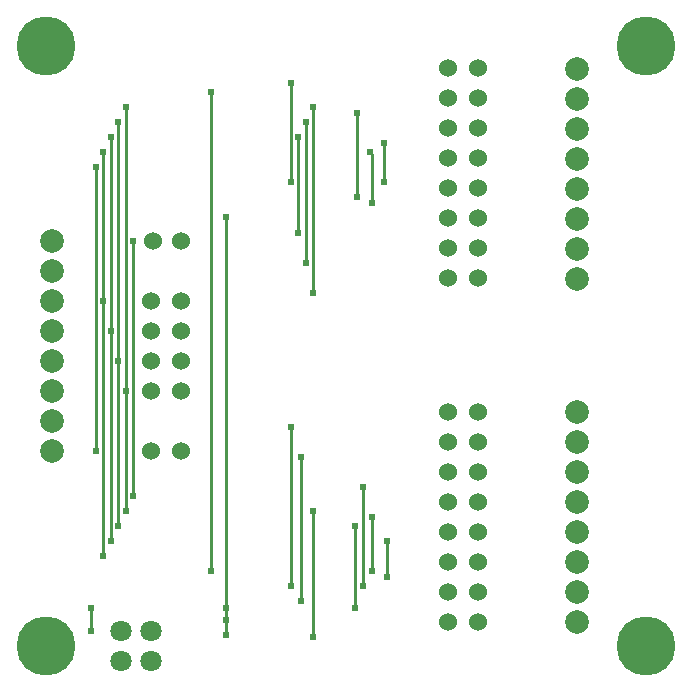
<source format=gbl>
G04 Layer: BottomLayer*
G04 EasyEDA v6.5.32, 2023-07-30 21:58:18*
G04 7de9140c348b43c9878d0c7d88b18126,5a6b42c53f6a479593ecc07194224c93,10*
G04 Gerber Generator version 0.2*
G04 Scale: 100 percent, Rotated: No, Reflected: No *
G04 Dimensions in millimeters *
G04 leading zeros omitted , absolute positions ,4 integer and 5 decimal *
%FSLAX45Y45*%
%MOMM*%

%ADD10C,0.2540*%
%ADD11C,5.0000*%
%ADD12C,1.5240*%
%ADD13C,1.8000*%
%ADD14C,2.0000*%
%ADD15C,0.6096*%

%LPD*%
D10*
X762000Y508000D02*
G01*
X762000Y698500D01*
X863600Y1143000D02*
G01*
X863600Y3302000D01*
X863600Y3302000D02*
G01*
X863600Y4559300D01*
X927100Y1270000D02*
G01*
X927100Y3048000D01*
X927100Y4686300D02*
G01*
X927100Y3048000D01*
X990600Y1397000D02*
G01*
X990600Y2794000D01*
X990600Y4813300D02*
G01*
X990600Y2794000D01*
X1054100Y1524000D02*
G01*
X1054100Y2540000D01*
X1054100Y4940300D02*
G01*
X1054100Y2540000D01*
X800097Y4432292D02*
G01*
X800097Y2034796D01*
X1117597Y1650997D02*
G01*
X1117597Y3812796D01*
X2451100Y5143500D02*
G01*
X2451100Y4305300D01*
X3009900Y4889500D02*
G01*
X3009900Y4178300D01*
X3238500Y4635500D02*
G01*
X3238500Y4305300D01*
X3136900Y4127500D02*
G01*
X3136900Y4546600D01*
X3124200Y4559300D01*
X2514600Y3873500D02*
G01*
X2514600Y4686300D01*
X2578100Y3619500D02*
G01*
X2578100Y4813300D01*
X2641600Y3365500D02*
G01*
X2641600Y4940300D01*
X1778000Y1016000D02*
G01*
X1778000Y5067300D01*
X1905000Y469900D02*
G01*
X1904997Y596900D01*
X1905000Y698500D01*
X1905000Y698500D02*
G01*
X1905000Y4013200D01*
X2451100Y2235212D02*
G01*
X2451100Y889000D01*
X2540000Y1981194D02*
G01*
X2540000Y762000D01*
X2641600Y457212D02*
G01*
X2641600Y1524000D01*
X2997200Y698500D02*
G01*
X2997200Y1397000D01*
X3263900Y965200D02*
G01*
X3263900Y1270000D01*
X3060700Y889000D02*
G01*
X3060700Y1727200D01*
X3136900Y1473200D02*
G01*
X3136900Y1016000D01*
D11*
G01*
X5461000Y381000D03*
G01*
X381000Y381000D03*
G01*
X381000Y5461000D03*
G01*
X5461000Y5461000D03*
D12*
G01*
X4038600Y3492500D03*
G01*
X3784600Y3492500D03*
G01*
X4038600Y3746500D03*
G01*
X3784600Y3746500D03*
G01*
X3784600Y4254500D03*
G01*
X4038600Y4254500D03*
G01*
X3784600Y4000500D03*
G01*
X4038600Y4000500D03*
G01*
X4038600Y5016500D03*
G01*
X3784600Y5016500D03*
G01*
X4038600Y5270500D03*
G01*
X3784600Y5270500D03*
G01*
X3784600Y4762500D03*
G01*
X4038600Y4762500D03*
G01*
X3784600Y4508500D03*
G01*
X4038600Y4508500D03*
G01*
X4038600Y1600200D03*
G01*
X3784600Y1600200D03*
G01*
X4038600Y1854200D03*
G01*
X3784600Y1854200D03*
G01*
X3784600Y2362200D03*
G01*
X4038600Y2362200D03*
G01*
X3784600Y2108200D03*
G01*
X4038600Y2108200D03*
G01*
X4038600Y1092200D03*
G01*
X3784600Y1092200D03*
G01*
X4038600Y1346200D03*
G01*
X3784600Y1346200D03*
G01*
X3784600Y838200D03*
G01*
X4038600Y838200D03*
G01*
X3784600Y584200D03*
G01*
X4038600Y584200D03*
G01*
X1270000Y2794000D03*
G01*
X1524000Y2794000D03*
G01*
X1270000Y2540000D03*
G01*
X1524000Y2540000D03*
G01*
X1524000Y2032000D03*
G01*
X1270000Y2032000D03*
G01*
X1270000Y3302000D03*
G01*
X1524000Y3302000D03*
G01*
X1270000Y3048000D03*
G01*
X1524000Y3048000D03*
G01*
X1524000Y3810000D03*
G01*
X1282700Y3810000D03*
D13*
G01*
X1270000Y254000D03*
G01*
X1270000Y508000D03*
G01*
X1016000Y508000D03*
G01*
X1016000Y254000D03*
D14*
G01*
X435406Y3812794D03*
G01*
X435406Y3558794D03*
G01*
X435406Y3304794D03*
G01*
X435406Y3050794D03*
G01*
X435406Y2796794D03*
G01*
X435406Y2542794D03*
G01*
X435406Y2288794D03*
G01*
X435406Y2034794D03*
G01*
X4873193Y5267705D03*
G01*
X4873193Y5013705D03*
G01*
X4873193Y4759705D03*
G01*
X4873193Y4505705D03*
G01*
X4873193Y4251705D03*
G01*
X4873193Y3997705D03*
G01*
X4873193Y3743705D03*
G01*
X4873193Y3489705D03*
G01*
X4873218Y581405D03*
G01*
X4873218Y835405D03*
G01*
X4873218Y1089405D03*
G01*
X4873218Y1343405D03*
G01*
X4873218Y1597405D03*
G01*
X4873218Y1851405D03*
G01*
X4873218Y2105405D03*
G01*
X4873218Y2359405D03*
D15*
G01*
X1905000Y698500D03*
G01*
X1905000Y469900D03*
G01*
X762000Y698500D03*
G01*
X762000Y508000D03*
G01*
X1905000Y596900D03*
G01*
X1905000Y4013200D03*
G01*
X990600Y1397000D03*
G01*
X1054100Y4940300D03*
G01*
X990600Y4813300D03*
G01*
X927100Y1270000D03*
G01*
X927100Y4686300D03*
G01*
X863600Y4559300D03*
G01*
X863600Y1143000D03*
G01*
X1117600Y1651000D03*
G01*
X1778000Y1016000D03*
G01*
X1778000Y5067300D03*
G01*
X863600Y3302000D03*
G01*
X927100Y3048000D03*
G01*
X990600Y2794000D03*
G01*
X1054100Y1524000D03*
G01*
X1054100Y2540000D03*
G01*
X800100Y4432300D03*
G01*
X800100Y2034794D03*
G01*
X1117600Y3812794D03*
G01*
X2451100Y5143500D03*
G01*
X2451100Y4305300D03*
G01*
X3009900Y4889500D03*
G01*
X3009900Y4178300D03*
G01*
X3238500Y4635500D03*
G01*
X3238500Y4305300D03*
G01*
X3136900Y4127500D03*
G01*
X3124200Y4559300D03*
G01*
X2514600Y3873500D03*
G01*
X2514600Y4686300D03*
G01*
X2578100Y3619500D03*
G01*
X2578100Y4813300D03*
G01*
X2641600Y3365500D03*
G01*
X2641600Y4940300D03*
G01*
X2451100Y2235200D03*
G01*
X2451100Y889000D03*
G01*
X2540000Y1981200D03*
G01*
X2540000Y762000D03*
G01*
X2641600Y457200D03*
G01*
X2641600Y1524000D03*
G01*
X2997200Y698500D03*
G01*
X2997200Y1397000D03*
G01*
X3263900Y965200D03*
G01*
X3263900Y1270000D03*
G01*
X3060700Y889000D03*
G01*
X3060700Y1727200D03*
G01*
X3136900Y1473200D03*
G01*
X3136900Y1016000D03*
M02*

</source>
